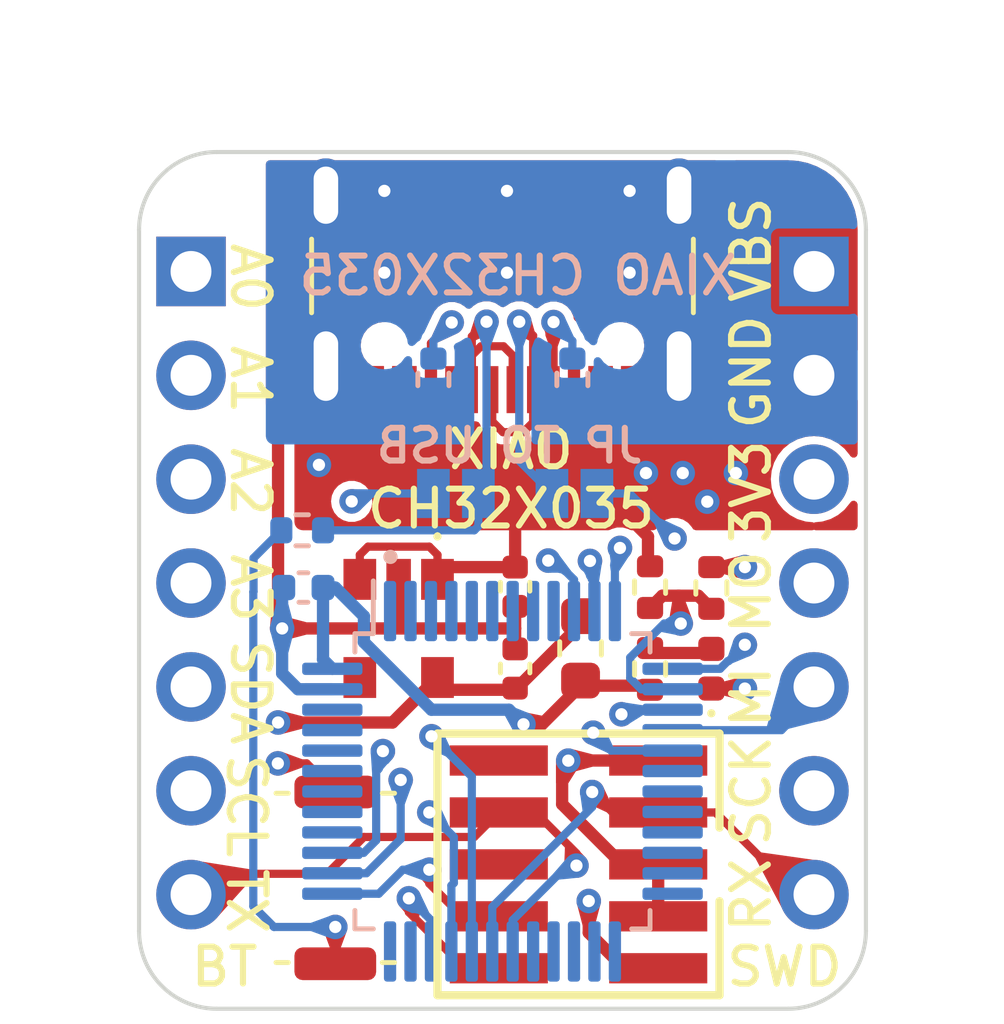
<source format=kicad_pcb>
(kicad_pcb (version 20221018) (generator pcbnew)
  (title_block (title "XIAO_CH32X035") (date "2024-06-27") (rev "v1.0") (company "@suzan_works"))
  (layers (0 "F.Cu" signal) (1 "In1.Cu" signal) (2 "In2.Cu" signal) (31 "B.Cu" signal) (34 "B.Paste" user) (35 "F.Paste" user) (36 "B.SilkS" user "B.Silkscreen") (37 "F.SilkS" user "F.Silkscreen") (38 "B.Mask" user) (39 "F.Mask" user) (44 "Edge.Cuts" user))
  (net 0 "")
  (net 1 "VBUS")
  (net 2 "GND")
  (net 3 "+3.3VA")
  (net 4 "+3.3V")
  (net 5 "Net-(D1-A)")
  (net 6 "/CC1")
  (net 7 "/UDP")
  (net 8 "/UDM")
  (net 10 "/CC2")
  (net 12 "/PA0")
  (net 13 "/PA1")
  (net 14 "/PA2")
  (net 15 "/PA3")
  (net 16 "/SDA")
  (net 17 "/SCL")
  (net 18 "/TX")
  (net 19 "/MOSI")
  (net 20 "/MISO")
  (net 21 "/SCK")
  (net 22 "/RX")
  (net 23 "/SWDIO")
  (net 24 "/SWCLK")
  (net 27 "Net-(R3-Pad1)")
  (net 28 "/DIVIDE_VOLT")
  (footprint "LED_SMD:LED_0402_1005Metric" (layer "F.Cu") (at 114 91.685 90)
    (fp_text reference "D1" hide)
    (fp_text value "LED")
    (fp_circle (center -1.09 0) (end -1.04 0) (stroke (width 0.1)) (fill none) (layer "F.SilkS"))
    (pad "1" smd roundrect (at -0.485 0 90) (size 0.59 0.64) (layers "F.Cu" "F.Paste" "F.Mask") (net 2 "GND"))
    (pad "2" smd roundrect (at 0.485 0 90) (size 0.59 0.64) (layers "F.Cu" "F.Paste" "F.Mask") (net 5 "Net-(D1-A)"))
  )
  (footprint "Resistor_SMD:R_0402_1005Metric" (layer "F.Cu") (at 112.5 91.69 90)
    (fp_text reference "R4" hide)
    (fp_text value "R_Small")
    (fp_line (start -0.153641 -0.38) (end 0.153641 -0.38) (stroke (width 0.12)) (layer "F.SilkS"))
    (fp_line (start -0.153641 0.38) (end 0.153641 0.38) (stroke (width 0.12)) (layer "F.SilkS"))
    (pad "1" smd roundrect (at -0.51 0 90) (size 0.54 0.64) (layers "F.Cu" "F.Paste" "F.Mask") (net 4 "+3.3V"))
    (pad "2" smd roundrect (at 0.51 0 90) (size 0.54 0.64) (layers "F.Cu" "F.Paste" "F.Mask") (net 5 "Net-(D1-A)"))
  )
  (footprint "Fuse:Fuse_0603_1608Metric" (layer "F.Cu") (at 110.8 91.1875 -90)
    (fp_text reference "F1" hide)
    (fp_text value "Polyfuse_Small")
    (fp_line (start -0.162779 -0.51) (end 0.162779 -0.51) (stroke (width 0.12)) (layer "F.SilkS"))
    (fp_line (start -0.162779 0.51) (end 0.162779 0.51) (stroke (width 0.12)) (layer "F.SilkS"))
    (pad "1" smd roundrect (at -0.7875 0 270) (size 0.875 0.95) (layers "F.Cu" "F.Paste" "F.Mask") (net 3 "+3.3VA"))
    (pad "2" smd roundrect (at 0.7875 0 270) (size 0.875 0.95) (layers "F.Cu" "F.Paste" "F.Mask") (net 4 "+3.3V"))
  )
  (footprint "Connector_USB:USB_C_Receptacle_GCT_USB4105-xx-A_16P_TopMnt_Horizontal" (layer "F.Cu") (at 108.89 81.18 180)
    (fp_text reference "J1" hide)
    (fp_text value "GCT USB4105")
    (fp_line (start -4.67 0) (end -4.67 -1.8) (stroke (width 0.12)) (layer "F.SilkS"))
    (fp_line (start 4.67 0) (end 4.67 -1.8) (stroke (width 0.12)) (layer "F.SilkS"))
    (pad "" np_thru_hole circle (at -2.89 -2.605 180) (size 0.65 0.65) (drill 0.65) (layers "F&B.Cu" "*.Mask"))
    (pad "" np_thru_hole circle (at 2.89 -2.605 180) (size 0.65 0.65) (drill 0.65) (layers "F&B.Cu" "*.Mask"))
    (pad "A1" smd rect (at -3.2 -3.68 180) (size 0.6 1.15) (layers "F.Cu" "F.Paste" "F.Mask") (net 2 "GND"))
    (pad "A4" smd rect (at -2.4 -3.68 180) (size 0.6 1.15) (layers "F.Cu" "F.Paste" "F.Mask") (net 1 "VBUS"))
    (pad "A5" smd rect (at -1.25 -3.68 180) (size 0.3 1.15) (layers "F.Cu" "F.Paste" "F.Mask") (net 6 "/CC1"))
    (pad "A6" smd rect (at -0.25 -3.68 180) (size 0.3 1.15) (layers "F.Cu" "F.Paste" "F.Mask") (net 7 "/UDP"))
    (pad "A7" smd rect (at 0.25 -3.68 180) (size 0.3 1.15) (layers "F.Cu" "F.Paste" "F.Mask") (net 8 "/UDM"))
    (pad "A8" smd rect (at 1.25 -3.68 180) (size 0.3 1.15) (layers "F.Cu" "F.Paste" "F.Mask"))
    (pad "A9" smd rect (at 2.4 -3.68 180) (size 0.6 1.15) (layers "F.Cu" "F.Paste" "F.Mask") (net 1 "VBUS"))
    (pad "A12" smd rect (at 3.2 -3.68 180) (size 0.6 1.15) (layers "F.Cu" "F.Paste" "F.Mask") (net 2 "GND"))
    (pad "B1" smd rect (at 3.2 -3.68 180) (size 0.6 1.15) (layers "F.Cu" "F.Paste" "F.Mask") (net 2 "GND"))
    (pad "B4" smd rect (at 2.4 -3.68 180) (size 0.6 1.15) (layers "F.Cu" "F.Paste" "F.Mask") (net 1 "VBUS"))
    (pad "B5" smd rect (at 1.75 -3.68 180) (size 0.3 1.15) (layers "F.Cu" "F.Paste" "F.Mask") (net 10 "/CC2"))
    (pad "B6" smd rect (at 0.75 -3.68 180) (size 0.3 1.15) (layers "F.Cu" "F.Paste" "F.Mask") (net 7 "/UDP"))
    (pad "B7" smd rect (at -0.75 -3.68 180) (size 0.3 1.15) (layers "F.Cu" "F.Paste" "F.Mask") (net 8 "/UDM"))
    (pad "B8" smd rect (at -1.75 -3.68 180) (size 0.3 1.15) (layers "F.Cu" "F.Paste" "F.Mask"))
    (pad "B9" smd rect (at -2.4 -3.68 180) (size 0.6 1.15) (layers "F.Cu" "F.Paste" "F.Mask") (net 1 "VBUS"))
    (pad "B12" smd rect (at -3.2 -3.68 180) (size 0.6 1.15) (layers "F.Cu" "F.Paste" "F.Mask") (net 2 "GND"))
    (pad "S1" thru_hole oval (at -4.32 -3.105 180) (size 1 2.1) (drill oval 0.6 1.7) (layers "*.Cu" "*.Mask" "F.Paste") (net 2 "GND"))
    (pad "S1" thru_hole oval (at -4.32 1.075 180) (size 1 1.8) (drill oval 0.6 1.4) (layers "*.Cu" "*.Mask" "F.Paste") (net 2 "GND"))
    (pad "S1" thru_hole oval (at 4.32 -3.105 180) (size 1 2.1) (drill oval 0.6 1.7) (layers "*.Cu" "*.Mask" "F.Paste") (net 2 "GND"))
    (pad "S1" thru_hole oval (at 4.32 1.075 180) (size 1 1.8) (drill oval 0.6 1.4) (layers "*.Cu" "*.Mask" "F.Paste") (net 2 "GND"))
  )
  (footprint "Resistor_SMD:R_0402_1005Metric" (layer "F.Cu") (at 114 89.71 90)
    (fp_text reference "R6" hide)
    (fp_text value "R_Small")
    (fp_line (start -0.153641 -0.38) (end 0.153641 -0.38) (stroke (width 0.12)) (layer "F.SilkS"))
    (fp_line (start -0.153641 0.38) (end 0.153641 0.38) (stroke (width 0.12)) (layer "F.SilkS"))
    (pad "1" smd roundrect (at -0.51 0 90) (size 0.54 0.64) (layers "F.Cu" "F.Paste" "F.Mask") (net 28 "/DIVIDE_VOLT"))
    (pad "2" smd roundrect (at 0.51 0 90) (size 0.54 0.64) (layers "F.Cu" "F.Paste" "F.Mask") (net 2 "GND"))
  )
  (footprint "Capacitor_SMD:C_0402_1005Metric" (layer "F.Cu") (at 109.2 91.68 90)
    (fp_text reference "C2" hide)
    (fp_text value "C_Small")
    (fp_line (start -0.107836 -0.36) (end 0.107836 -0.36) (stroke (width 0.12)) (layer "F.SilkS"))
    (fp_line (start -0.107836 0.36) (end 0.107836 0.36) (stroke (width 0.12)) (layer "F.SilkS"))
    (pad "1" smd roundrect (at -0.48 0 90) (size 0.56 0.62) (layers "F.Cu" "F.Paste" "F.Mask") (net 3 "+3.3VA"))
    (pad "2" smd roundrect (at 0.48 0 90) (size 0.56 0.62) (layers "F.Cu" "F.Paste" "F.Mask") (net 2 "GND"))
  )
  (footprint "Connector_PinHeader_1.27mm:PinHeader_2x05_P1.27mm_Vertical_SMD" (layer "F.Cu") (at 110.75 96.47 180)
    (fp_text reference "J4" hide)
    (fp_text value "Conn_02x05_Odd_Even")
    (fp_line (start -3.45 -3.2) (end 3.45 -3.2) (stroke (width 0.2)) (layer "F.SilkS"))
    (fp_line (start -3.45 -0.9) (end -3.45 -3.2) (stroke (width 0.2)) (layer "F.SilkS"))
    (fp_line (start -3.45 0.9) (end -3.45 3.2) (stroke (width 0.2)) (layer "F.SilkS"))
    (fp_line (start -3.45 3.2) (end 3.45 3.2) (stroke (width 0.2)) (layer "F.SilkS"))
    (fp_line (start 3.45 3.2) (end 3.45 -3.2) (stroke (width 0.2)) (layer "F.SilkS"))
    (pad "1" smd rect (at -1.95 -2.54 180) (size 2.4 0.74) (layers "F.Cu" "F.Paste" "F.Mask") (net 3 "+3.3VA"))
    (pad "2" smd rect (at 1.95 -2.54 180) (size 2.4 0.74) (layers "F.Cu" "F.Paste" "F.Mask") (net 23 "/SWDIO"))
    (pad "3" smd rect (at -1.95 -1.27 180) (size 2.4 0.74) (layers "F.Cu" "F.Paste" "F.Mask") (net 2 "GND"))
    (pad "4" smd rect (at 1.95 -1.27 180) (size 2.4 0.74) (layers "F.Cu" "F.Paste" "F.Mask") (net 24 "/SWCLK"))
    (pad "5" smd rect (at -1.95 0 180) (size 2.4 0.74) (layers "F.Cu" "F.Paste" "F.Mask") (net 2 "GND"))
    (pad "6" smd rect (at 1.95 0 180) (size 2.4 0.74) (layers "F.Cu" "F.Paste" "F.Mask"))
    (pad "7" smd rect (at -1.95 1.27 180) (size 2.4 0.74) (layers "F.Cu" "F.Paste" "F.Mask") (net 22 "/RX"))
    (pad "8" smd rect (at 1.95 1.27 180) (size 2.4 0.74) (layers "F.Cu" "F.Paste" "F.Mask") (net 18 "/TX"))
    (pad "9" smd rect (at -1.95 2.54 180) (size 2.4 0.74) (layers "F.Cu" "F.Paste" "F.Mask") (net 2 "GND"))
    (pad "10" smd rect (at 1.95 2.54 180) (size 2.4 0.74) (layers "F.Cu" "F.Paste" "F.Mask"))
  )
  (footprint "Button_Switch_SMD:SW_Push_SPST_NO_Alps_SKRK" (layer "F.Cu") (at 104.8 96.8 90)
    (fp_text reference "SW1" hide)
    (fp_text value "SW_Push")
    (fp_line (start -2.07 -1.15) (end -2.07 -1.45) (stroke (width 0.12)) (layer "F.SilkS"))
    (fp_line (start -2.07 1.45) (end -2.07 1.15) (stroke (width 0.12)) (layer "F.SilkS"))
    (fp_line (start 2.07 -1.45) (end 2.07 -1.15) (stroke (width 0.12)) (layer "F.SilkS"))
    (fp_line (start 2.07 1.15) (end 2.07 1.45) (stroke (width 0.12)) (layer "F.SilkS"))
    (pad "1" smd roundrect (at -2.1 0 90) (size 0.8 2) (layers "F.Cu" "F.Paste" "F.Mask") (net 27 "Net-(R3-Pad1)"))
    (pad "2" smd roundrect (at 2.1 0 90) (size 0.8 2) (layers "F.Cu" "F.Paste" "F.Mask") (net 4 "+3.3V"))
  )
  (footprint "Capacitor_SMD:C_0402_1005Metric" (layer "F.Cu") (at 109.2 89.68 -90)
    (fp_text reference "C1" hide)
    (fp_text value "C_Small")
    (fp_line (start -0.107836 -0.36) (end 0.107836 -0.36) (stroke (width 0.12)) (layer "F.SilkS"))
    (fp_line (start -0.107836 0.36) (end 0.107836 0.36) (stroke (width 0.12)) (layer "F.SilkS"))
    (pad "1" smd roundrect (at -0.48 0 270) (size 0.56 0.62) (layers "F.Cu" "F.Paste" "F.Mask") (net 1 "VBUS"))
    (pad "2" smd roundrect (at 0.48 0 270) (size 0.56 0.62) (layers "F.Cu" "F.Paste" "F.Mask") (net 2 "GND"))
  )
  (footprint "Resistor_SMD:R_0402_1005Metric" (layer "F.Cu") (at 112.5 89.69 -90)
    (fp_text reference "R5" hide)
    (fp_text value "R_Small")
    (fp_line (start -0.153641 -0.38) (end 0.153641 -0.38) (stroke (width 0.12)) (layer "F.SilkS"))
    (fp_line (start -0.153641 0.38) (end 0.153641 0.38) (stroke (width 0.12)) (layer "F.SilkS"))
    (pad "1" smd roundrect (at -0.51 0 270) (size 0.54 0.64) (layers "F.Cu" "F.Paste" "F.Mask") (net 1 "VBUS"))
    (pad "2" smd roundrect (at 0.51 0 270) (size 0.54 0.64) (layers "F.Cu" "F.Paste" "F.Mask") (net 28 "/DIVIDE_VOLT"))
  )
  (footprint "0_My_Library:TCR1HF33BLMCT" (layer "F.Cu") (at 106.35 90.7 180)
    (fp_text reference "IC1" hide)
    (fp_text value "TCR1HF33B" hide)
    (fp_line (start -0.95 2.2) (end -0.95 2.2) (stroke (width 0.1)) (layer "F.SilkS"))
    (fp_line (start -0.95 2.3) (end -0.95 2.3) (stroke (width 0.1)) (layer "F.SilkS"))
    (fp_arc (start -0.95 2.2) (mid -0.9 2.25) (end -0.95 2.3) (stroke (width 0.1)) (layer "F.SilkS"))
    (fp_arc (start -0.95 2.3) (mid -1 2.25) (end -0.95 2.2) (stroke (width 0.1)) (layer "F.SilkS"))
    (pad "1" smd rect (at -0.95 1.2 180) (size 0.8 1) (layers "F.Cu" "F.Paste" "F.Mask") (net 1 "VBUS"))
    (pad "2" smd rect (at 0 1.2 180) (size 0.6 1) (layers "F.Cu" "F.Paste" "F.Mask") (net 2 "GND"))
    (pad "3" smd rect (at 0.95 1.2 180) (size 0.8 1) (layers "F.Cu" "F.Paste" "F.Mask") (net 1 "VBUS"))
    (pad "4" smd rect (at 0.95 -1.2 180) (size 0.8 1) (layers "F.Cu" "F.Paste" "F.Mask"))
    (pad "5" smd rect (at -0.95 -1.2 180) (size 0.8 1) (layers "F.Cu" "F.Paste" "F.Mask") (net 3 "+3.3VA"))
  )
  (footprint "Package_QFP:LQFP-48_7x7mm_P0.5mm" (layer "B.Cu") (at 108.89 94.4375 -90)
    (fp_text reference "U3" hide)
    (fp_text value "CH32X035C8T6")
    (fp_line (start -3.61 -3.61) (end -3.61 -3.16) (stroke (width 0.12)) (layer "B.SilkS"))
    (fp_line (start -3.61 3.16) (end -4.9 3.16) (stroke (width 0.12)) (layer "B.SilkS"))
    (fp_line (start -3.61 3.61) (end -3.61 3.16) (stroke (width 0.12)) (layer "B.SilkS"))
    (fp_line (start -3.16 -3.61) (end -3.61 -3.61) (stroke (width 0.12)) (layer "B.SilkS"))
    (fp_line (start -3.16 3.61) (end -3.61 3.61) (stroke (width 0.12)) (layer "B.SilkS"))
    (fp_line (start 3.16 -3.61) (end 3.61 -3.61) (stroke (width 0.12)) (layer "B.SilkS"))
    (fp_line (start 3.16 3.61) (end 3.61 3.61) (stroke (width 0.12)) (layer "B.SilkS"))
    (fp_line (start 3.61 -3.61) (end 3.61 -3.16) (stroke (width 0.12)) (layer "B.SilkS"))
    (fp_line (start 3.61 3.61) (end 3.61 3.16) (stroke (width 0.12)) (layer "B.SilkS"))
    (pad "1" smd roundrect (at -4.1625 2.75 270) (size 1.475 0.3) (layers "B.Cu" "B.Paste" "B.Mask"))
    (pad "2" smd roundrect (at -4.1625 2.25 270) (size 1.475 0.3) (layers "B.Cu" "B.Paste" "B.Mask"))
    (pad "3" smd roundrect (at -4.1625 1.75 270) (size 1.475 0.3) (layers "B.Cu" "B.Paste" "B.Mask"))
    (pad "4" smd roundrect (at -4.1625 1.25 270) (size 1.475 0.3) (layers "B.Cu" "B.Paste" "B.Mask"))
    (pad "5" smd roundrect (at -4.1625 0.75 270) (size 1.475 0.3) (layers "B.Cu" "B.Paste" "B.Mask"))
    (pad "6" smd roundrect (at -4.1625 0.25 270) (size 1.475 0.3) (layers "B.Cu" "B.Paste" "B.Mask"))
    (pad "7" smd roundrect (at -4.1625 -0.25 270) (size 1.475 0.3) (layers "B.Cu" "B.Paste" "B.Mask"))
    (pad "8" smd roundrect (at -4.1625 -0.75 270) (size 1.475 0.3) (layers "B.Cu" "B.Paste" "B.Mask"))
    (pad "9" smd roundrect (at -4.1625 -1.25 270) (size 1.475 0.3) (layers "B.Cu" "B.Paste" "B.Mask"))
    (pad "10" smd roundrect (at -4.1625 -1.75 270) (size 1.475 0.3) (layers "B.Cu" "B.Paste" "B.Mask") (net 12 "/PA0"))
    (pad "11" smd roundrect (at -4.1625 -2.25 270) (size 1.475 0.3) (layers "B.Cu" "B.Paste" "B.Mask") (net 13 "/PA1"))
    (pad "12" smd roundrect (at -4.1625 -2.75 270) (size 1.475 0.3) (layers "B.Cu" "B.Paste" "B.Mask") (net 14 "/PA2"))
    (pad "13" smd roundrect (at -2.75 -4.1625 270) (size 0.3 1.475) (layers "B.Cu" "B.Paste" "B.Mask") (net 15 "/PA3"))
    (pad "14" smd roundrect (at -2.25 -4.1625 270) (size 0.3 1.475) (layers "B.Cu" "B.Paste" "B.Mask") (net 28 "/DIVIDE_VOLT"))
    (pad "15" smd roundrect (at -1.75 -4.1625 270) (size 0.3 1.475) (layers "B.Cu" "B.Paste" "B.Mask") (net 21 "/SCK"))
    (pad "16" smd roundrect (at -1.25 -4.1625 270) (size 0.3 1.475) (layers "B.Cu" "B.Paste" "B.Mask") (net 20 "/MISO"))
    (pad "17" smd roundrect (at -0.75 -4.1625 270) (size 0.3 1.475) (layers "B.Cu" "B.Paste" "B.Mask") (net 19 "/MOSI"))
    (pad "18" smd roundrect (at -0.25 -4.1625 270) (size 0.3 1.475) (layers "B.Cu" "B.Paste" "B.Mask"))
    (pad "19" smd roundrect (at 0.25 -4.1625 270) (size 0.3 1.475) (layers "B.Cu" "B.Paste" "B.Mask"))
    (pad "20" smd roundrect (at 0.75 -4.1625 270) (size 0.3 1.475) (layers "B.Cu" "B.Paste" "B.Mask"))
    (pad "21" smd roundrect (at 1.25 -4.1625 270) (size 0.3 1.475) (layers "B.Cu" "B.Paste" "B.Mask"))
    (pad "22" smd roundrect (at 1.75 -4.1625 270) (size 0.3 1.475) (layers "B.Cu" "B.Paste" "B.Mask"))
    (pad "23" smd roundrect (at 2.25 -4.1625 270) (size 0.3 1.475) (layers "B.Cu" "B.Paste" "B.Mask"))
    (pad "24" smd roundrect (at 2.75 -4.1625 270) (size 0.3 1.475) (layers "B.Cu" "B.Paste" "B.Mask"))
    (pad "25" smd roundrect (at 4.1625 -2.75 270) (size 1.475 0.3) (layers "B.Cu" "B.Paste" "B.Mask"))
    (pad "26" smd roundrect (at 4.1625 -2.25 270) (size 1.475 0.3) (layers "B.Cu" "B.Paste" "B.Mask"))
    (pad "27" smd roundrect (at 4.1625 -1.75 270) (size 1.475 0.3) (layers "B.Cu" "B.Paste" "B.Mask"))
    (pad "28" smd roundrect (at 4.1625 -1.25 270) (size 1.475 0.3) (layers "B.Cu" "B.Paste" "B.Mask"))
    (pad "29" smd roundrect (at 4.1625 -0.75 270) (size 1.475 0.3) (layers "B.Cu" "B.Paste" "B.Mask"))
    (pad "30" smd roundrect (at 4.1625 -0.25 270) (size 1.475 0.3) (layers "B.Cu" "B.Paste" "B.Mask") (net 18 "/TX"))
    (pad "31" smd roundrect (at 4.1625 0.25 270) (size 1.475 0.3) (layers "B.Cu" "B.Paste" "B.Mask") (net 22 "/RX"))
    (pad "32" smd roundrect (at 4.1625 0.75 270) (size 1.475 0.3) (layers "B.Cu" "B.Paste" "B.Mask") (net 17 "/SCL"))
    (pad "33" smd roundrect (at 4.1625 1.25 270) (size 1.475 0.3) (layers "B.Cu" "B.Paste" "B.Mask") (net 16 "/SDA"))
    (pad "34" smd roundrect (at 4.1625 1.75 270) (size 1.475 0.3) (layers "B.Cu" "B.Paste" "B.Mask") (net 23 "/SWDIO"))
    (pad "35" smd roundrect (at 4.1625 2.25 270) (size 1.475 0.3) (layers "B.Cu" "B.Paste" "B.Mask"))
    (pad "36" smd roundrect (at 4.1625 2.75 270) (size 1.475 0.3) (layers "B.Cu" "B.Paste" "B.Mask"))
    (pad "37" smd roundrect (at 2.75 4.1625 270) (size 0.3 1.475) (layers "B.Cu" "B.Paste" "B.Mask") (net 24 "/SWCLK"))
    (pad "38" smd roundrect (at 2.25 4.1625 270) (size 0.3 1.475) (layers "B.Cu" "B.Paste" "B.Mask") (net 6 "/CC1"))
    (pad "39" smd roundrect (at 1.75 4.1625 270) (size 0.3 1.475) (layers "B.Cu" "B.Paste" "B.Mask") (net 10 "/CC2"))
    (pad "40" smd roundrect (at 1.25 4.1625 270) (size 0.3 1.475) (layers "B.Cu" "B.Paste" "B.Mask"))
    (pad "41" smd roundrect (at 0.75 4.1625 270) (size 0.3 1.475) (layers "B.Cu" "B.Paste" "B.Mask"))
    (pad "42" smd roundrect (at 0.25 4.1625 270) (size 0.3 1.475) (layers "B.Cu" "B.Paste" "B.Mask"))
    (pad "43" smd roundrect (at -0.25 4.1625 270) (size 0.3 1.475) (layers "B.Cu" "B.Paste" "B.Mask"))
    (pad "44" smd roundrect (at -0.75 4.1625 270) (size 0.3 1.475) (layers "B.Cu" "B.Paste" "B.Mask"))
    (pad "45" smd roundrect (at -1.25 4.1625 270) (size 0.3 1.475) (layers "B.Cu" "B.Paste" "B.Mask"))
    (pad "46" smd roundrect (at -1.75 4.1625 270) (size 0.3 1.475) (layers "B.Cu" "B.Paste" "B.Mask"))
    (pad "47" smd roundrect (at -2.25 4.1625 270) (size 0.3 1.475) (layers "B.Cu" "B.Paste" "B.Mask") (net 2 "GND"))
    (pad "48" smd roundrect (at -2.75 4.1625 270) (size 0.3 1.475) (layers "B.Cu" "B.Paste" "B.Mask") (net 4 "+3.3V"))
  )
  (footprint "0_My_Library:SolderJumper-2_P1.3mm_Open_Pad0.8x1.2mm" (layer "B.Cu") (at 110.65 87.4)
    (fp_text reference "JP1" hide)
    (fp_text value "SolderJumper_2_Open")
    (pad "1" smd rect (at -0.55 0) (size 0.8 1.2) (layers "B.Cu" "B.Mask") (net 8 "/UDM"))
    (pad "2" smd rect (at 0.55 0) (size 0.8 1.2) (layers "B.Cu" "B.Mask") (net 17 "/SCL"))
  )
  (footprint "Connector_PinHeader_2.54mm:PinHeader_1x07_P2.54mm_Vertical" (layer "B.Cu") (at 116.51 81.97 180)
    (fp_text reference "J3" hide)
    (fp_text value "Conn_01x07")
    (pad "1" thru_hole rect (at 0 0 180) (size 1.7 1.7) (drill 1) (layers "*.Cu" "*.Mask") (net 1 "VBUS"))
    (pad "2" thru_hole oval (at 0 -2.54 180) (size 1.7 1.7) (drill 1) (layers "*.Cu" "*.Mask") (net 2 "GND"))
    (pad "3" thru_hole oval (at 0 -5.08 180) (size 1.7 1.7) (drill 1) (layers "*.Cu" "*.Mask") (net 4 "+3.3V"))
    (pad "4" thru_hole oval (at 0 -7.62 180) (size 1.7 1.7) (drill 1) (layers "*.Cu" "*.Mask") (net 19 "/MOSI"))
    (pad "5" thru_hole oval (at 0 -10.16 180) (size 1.7 1.7) (drill 1) (layers "*.Cu" "*.Mask") (net 20 "/MISO"))
    (pad "6" thru_hole oval (at 0 -12.7 180) (size 1.7 1.7) (drill 1) (layers "*.Cu" "*.Mask") (net 21 "/SCK"))
    (pad "7" thru_hole oval (at 0 -15.24 180) (size 1.7 1.7) (drill 1) (layers "*.Cu" "*.Mask") (net 22 "/RX"))
  )
  (footprint "0_My_Library:SolderJumper-2_P1.3mm_Open_Pad0.8x1.2mm" (layer "B.Cu") (at 107.75 87.4 180)
    (fp_text reference "JP2" hide)
    (fp_text value "SolderJumper_2_Open")
    (pad "1" smd rect (at -0.55 0 180) (size 0.8 1.2) (layers "B.Cu" "B.Mask") (net 7 "/UDP"))
    (pad "2" smd rect (at 0.55 0 180) (size 0.8 1.2) (layers "B.Cu" "B.Mask") (net 16 "/SDA"))
  )
  (footprint "Connector_PinHeader_2.54mm:PinHeader_1x07_P2.54mm_Vertical" (layer "B.Cu") (at 101.27 81.97 180)
    (fp_text reference "J2" hide)
    (fp_text value "Conn_01x07")
    (pad "1" thru_hole rect (at 0 0 180) (size 1.7 1.7) (drill 1) (layers "*.Cu" "*.Mask") (net 12 "/PA0"))
    (pad "2" thru_hole oval (at 0 -2.54 180) (size 1.7 1.7) (drill 1) (layers "*.Cu" "*.Mask") (net 13 "/PA1"))
    (pad "3" thru_hole oval (at 0 -5.08 180) (size 1.7 1.7) (drill 1) (layers "*.Cu" "*.Mask") (net 14 "/PA2"))
    (pad "4" thru_hole oval (at 0 -7.62 180) (size 1.7 1.7) (drill 1) (layers "*.Cu" "*.Mask") (net 15 "/PA3"))
    (pad "5" thru_hole oval (at 0 -10.16 180) (size 1.7 1.7) (drill 1) (layers "*.Cu" "*.Mask") (net 16 "/SDA"))
    (pad "6" thru_hole oval (at 0 -12.7 180) (size 1.7 1.7) (drill 1) (layers "*.Cu" "*.Mask") (net 17 "/SCL"))
    (pad "7" thru_hole oval (at 0 -15.24 180) (size 1.7 1.7) (drill 1) (layers "*.Cu" "*.Mask") (net 18 "/TX"))
  )
  (footprint "Capacitor_SMD:C_0402_1005Metric" (layer "B.Cu") (at 104.02 89.7 180)
    (fp_text reference "C3" hide)
    (fp_text value "0.1uF")
    (fp_line (start -0.107836 -0.36) (end 0.107836 -0.36) (stroke (width 0.12)) (layer "B.SilkS"))
    (fp_line (start -0.107836 0.36) (end 0.107836 0.36) (stroke (width 0.12)) (layer "B.SilkS"))
    (pad "1" smd roundrect (at -0.48 0 180) (size 0.56 0.62) (layers "B.Cu" "B.Paste" "B.Mask") (net 4 "+3.3V"))
    (pad "2" smd roundrect (at 0.48 0 180) (size 0.56 0.62) (layers "B.Cu" "B.Paste" "B.Mask") (net 2 "GND"))
  )
  (footprint "Resistor_SMD:R_0402_1005Metric" (layer "B.Cu") (at 107.2 84.61 -90)
    (fp_text reference "R1" hide)
    (fp_text value "5.1k")
    (fp_line (start -0.153641 -0.38) (end 0.153641 -0.38) (stroke (width 0.12)) (layer "B.SilkS"))
    (fp_line (start -0.153641 0.38) (end 0.153641 0.38) (stroke (width 0.12)) (layer "B.SilkS"))
    (pad "1" smd roundrect (at -0.51 0 270) (size 0.54 0.64) (layers "B.Cu" "B.Paste" "B.Mask") (net 10 "/CC2"))
    (pad "2" smd roundrect (at 0.51 0 270) (size 0.54 0.64) (layers "B.Cu" "B.Paste" "B.Mask") (net 2 "GND"))
  )
  (footprint "Resistor_SMD:R_0402_1005Metric" (layer "B.Cu") (at 103.99 88.3)
    (fp_text reference "R3" hide)
    (fp_text value "4.7k")
    (fp_line (start -0.153641 -0.38) (end 0.153641 -0.38) (stroke (width 0.12)) (layer "B.SilkS"))
    (fp_line (start -0.153641 0.38) (end 0.153641 0.38) (stroke (width 0.12)) (layer "B.SilkS"))
    (pad "1" smd roundrect (at -0.51 0) (size 0.54 0.64) (layers "B.Cu" "B.Paste" "B.Mask") (net 27 "Net-(R3-Pad1)"))
    (pad "2" smd roundrect (at 0.51 0) (size 0.54 0.64) (layers "B.Cu" "B.Paste" "B.Mask") (net 7 "/UDP"))
  )
  (footprint "Resistor_SMD:R_0402_1005Metric" (layer "B.Cu") (at 110.6 84.61 -90)
    (fp_text reference "R2" hide)
    (fp_text value "5.1k")
    (fp_line (start -0.153641 -0.38) (end 0.153641 -0.38) (stroke (width 0.12)) (layer "B.SilkS"))
    (fp_line (start -0.153641 0.38) (end 0.153641 0.38) (stroke (width 0.12)) (layer "B.SilkS"))
    (pad "1" smd roundrect (at -0.51 0 270) (size 0.54 0.64) (layers "B.Cu" "B.Paste" "B.Mask") (net 6 "/CC1"))
    (pad "2" smd roundrect (at 0.51 0 270) (size 0.54 0.64) (layers "B.Cu" "B.Paste" "B.Mask") (net 2 "GND"))
  )
  (gr_circle (center 106.15 88.95) (end 106.25 88.95) (stroke (width 0.15)) (fill solid) (layer "B.SilkS"))
  (gr_arc (start 117.78 98.1) (mid 117.223503 99.443503) (end 115.88 100) (stroke (width 0.1)) (layer "Edge.Cuts"))
  (gr_line (start 101.9 100) (end 115.88 100) (stroke (width 0.1)) (layer "Edge.Cuts"))
  (gr_arc (start 101.9 100) (mid 100.556497 99.443503) (end 100 98.1) (stroke (width 0.1)) (layer "Edge.Cuts"))
  (gr_line (start 100 80.95) (end 100 98.1) (stroke (width 0.1)) (layer "Edge.Cuts"))
  (gr_line (start 115.88 79.05) (end 101.9 79.05) (stroke (width 0.1)) (layer "Edge.Cuts"))
  (gr_arc (start 100 80.95) (mid 100.556497 79.606497) (end 101.9 79.05) (stroke (width 0.1)) (layer "Edge.Cuts"))
  (gr_arc (start 115.88 79.05) (mid 117.223503 79.606497) (end 117.78 80.95) (stroke (width 0.1)) (layer "Edge.Cuts"))
  (gr_line (start 117.78 98.1) (end 117.78 80.95) (stroke (width 0.1)) (layer "Edge.Cuts"))
  (gr_text "XIAO CH32X035" (at 114.7 82.6) (layer "B.SilkS") (effects (font (size 0.9 0.9)) (justify left bottom mirror)))
  (gr_text "JP TO USB" (at 112.4 86.7) (layer "B.SilkS") (effects (font (size 0.8 0.8)) (justify left bottom mirror)))
  (gr_text "A0" (at 102.2 81.2 270) (layer "F.SilkS") (effects (font (size 0.9 0.9)) (justify left bottom)))
  (gr_text "SDA" (at 102.2 90.9 270) (layer "F.SilkS") (effects (font (size 0.9 0.9)) (justify left bottom)))
  (gr_text "A2" (at 102.2 86.2 270) (layer "F.SilkS") (effects (font (size 0.9 0.9)) (justify left bottom)))
  (gr_text "A1" (at 102.2 83.7 270) (layer "F.SilkS") (effects (font (size 0.9 0.9)) (justify left bottom)))
  (gr_text "SCK" (at 115.5 96.1 90) (layer "F.SilkS") (effects (font (size 0.9 0.9)) (justify left bottom)))
  (gr_text "A3" (at 102.2 88.8 270) (layer "F.SilkS") (effects (font (size 0.9 0.9)) (justify left bottom)))
  (gr_text "SCL" (at 102.1 93.7 270) (layer "F.SilkS") (effects (font (size 0.9 0.9)) (justify left bottom)))
  (gr_text "3V3" (at 115.5 88.7 90) (layer "F.SilkS") (effects (font (size 0.9 0.9)) (justify left bottom)))
  (gr_text "BT" (at 101.2 99.5) (layer "F.SilkS") (effects (font (size 0.9 0.9)) (justify left bottom)))
  (gr_text "RX" (at 115.5 98.2 90) (layer "F.SilkS") (effects (font (size 0.9 0.9)) (justify left bottom)))
  (gr_text "XIAO\nCH32X035" (at 109.1 88.3) (layer "F.SilkS") (effects (font (size 0.9 0.9)) (justify bottom)))
  (gr_text "TX" (at 102.1 96.5 270) (layer "F.SilkS") (effects (font (size 0.9 0.9)) (justify left bottom)))
  (gr_text "VBS" (at 115.5 82.8 90) (layer "F.SilkS") (effects (font (size 0.9 0.9)) (justify left bottom)))
  (gr_text "SWD" (at 114.3 99.5) (layer "F.SilkS") (effects (font (size 0.9 0.9)) (justify left bottom)))
  (gr_text "GND" (at 115.5 85.9 90) (layer "F.SilkS") (effects (font (size 0.9 0.9)) (justify left bottom)))
  (gr_text "MO" (at 115.5 90.9 90) (layer "F.SilkS") (effects (font (size 0.9 0.9)) (justify left bottom)))
  (gr_text "MI" (at 115.5 93.2 90) (layer "F.SilkS") (effects (font (size 0.9 0.9)) (justify left bottom)))
  (segment (start 108.734314 86.3) (end 108.159314 85.725) (width 0.2) (layer "F.Cu") (net 1))
  (segment (start 111.14 85.725) (end 110.140685 85.725) (width 0.2) (layer "F.Cu") (net 1))
  (segment (start 106.64 85.725) (end 106.64 84.85) (width 0.3) (layer "F.Cu") (net 1))
  (segment (start 105.6 88.7) (end 107.1 88.7) (width 0.2) (layer "F.Cu") (net 1))
  (segment (start 109.565685 86.3) (end 108.734314 86.3) (width 0.2) (layer "F.Cu") (net 1))
  (segment (start 114.6 83.88) (end 114.6 85.7) (width 0.2) (layer "F.Cu") (net 1))
  (segment (start 112.45 89.13) (end 112.5 89.18) (width 0.3) (layer "F.Cu") (net 1))
  (segment (start 109.2 87.9) (end 111.9 87.9) (width 0.3) (layer "F.Cu") (net 1))
  (segment (start 114.6 85.7) (end 114.575 85.725) (width 0.2) (layer "F.Cu") (net 1))
  (segment (start 105.4 89.5) (end 105.4 88.9) (width 0.2) (layer "F.Cu") (net 1))
  (segment (start 105.4 88.9) (end 105.6 88.7) (width 0.2) (layer "F.Cu") (net 1))
  (segment (start 111.49 85.725) (end 111.44 85.675) (width 0.2) (layer "F.Cu") (net 1))
  (segment (start 116.51 81.97) (end 114.6 83.88) (width 0.2) (layer "F.Cu") (net 1))
  (segment (start 107.1 88.7) (end 107.3 88.9) (width 0.2) (layer "F.Cu") (net 1))
  (segment (start 112.45 88.45) (end 112.45 89.13) (width 0.3) (layer "F.Cu") (net 1))
  (segment (start 107.6 89.2) (end 107.3 89.5) (width 0.3) (layer "F.Cu") (net 1))
  (segment (start 111.14 84.85) (end 111.14 85.725) (width 0.3) (layer "F.Cu") (net 1))
  (segment (start 110.140685 85.725) (end 109.565685 86.3) (width 0.2) (layer "F.Cu") (net 1))
  (segment (start 114.575 85.725) (end 111.49 85.725) (width 0.2) (layer "F.Cu") (net 1))
  (segment (start 111.9 87.9) (end 112.45 88.45) (width 0.3) (layer "F.Cu") (net 1))
  (segment (start 109.2 89.2) (end 107.6 89.2) (width 0.3) (layer "F.Cu") (net 1))
  (segment (start 108.2 87.9) (end 109.2 87.9) (width 0.3) (layer "F.Cu") (net 1))
  (segment (start 111.44 85.675) (end 111.44 84.85) (width 0.3) (layer "F.Cu") (net 1))
  (segment (start 109.2 87.9) (end 109.2 89.2) (width 0.3) (layer "F.Cu") (net 1))
  (segment (start 106.34 86.04) (end 108.2 87.9) (width 0.3) (layer "F.Cu") (net 1))
  (segment (start 108.159314 85.725) (end 106.64 85.725) (width 0.2) (layer "F.Cu") (net 1))
  (segment (start 107.3 88.9) (end 107.3 89.5) (width 0.2) (layer "F.Cu") (net 1))
  (segment (start 106.34 84.85) (end 106.34 86.04) (width 0.3) (layer "F.Cu") (net 1))
  (via (at 114.6 86.9) (size 0.6) (drill 0.3) (layers "F.Cu" "B.Cu") (net 1))
  (via (at 113.3 86.9) (size 0.6) (drill 0.3) (layers "F.Cu" "B.Cu") (net 1))
  (via (at 112.4 86.9) (size 0.6) (drill 0.3) (layers "F.Cu" "B.Cu") (net 1))
  (via (at 104.4 86.7) (size 0.6) (drill 0.3) (layers "F.Cu" "B.Cu") (net 1))
  (via (at 113.9 87.6) (size 0.6) (drill 0.3) (layers "F.Cu" "B.Cu") (net 1))
  (segment (start 112.24 84.85) (end 112.645 84.85) (width 0.2) (layer "F.Cu") (net 2))
  (segment (start 108.895 80.105) (end 109 80) (width 0.2) (layer "F.Cu") (net 2))
  (segment (start 110.499502 93.933206) (end 110.48439 93.948318) (width 0.2) (layer "F.Cu") (net 2))
  (segment (start 112.7 97.74) (end 112.7 96.47) (width 0.3) (layer "F.Cu") (net 2))
  (segment (start 112.7 96.47) (end 111.82 96.47) (width 0.3) (layer "F.Cu") (net 2))
  (segment (start 112.645 84.85) (end 113.21 84.285) (width 0.2) (layer "F.Cu") (net 2))
  (segment (start 109.105 80.105) (end 111.895 80.105) (width 0.2) (layer "F.Cu") (net 2))
  (segment (start 112.105 80.105) (end 113.21 80.105) (width 0.2) (layer "F.Cu") (net 2))
  (segment (start 104.57 84.285) (end 103.4 85.455) (width 0.3) (layer "F.Cu") (net 2))
  (segment (start 114 92.17) (end 114.82 92.17) (width 0.3) (layer "F.Cu") (net 2))
  (segment (start 109.2 90.7) (end 109.2 91.2) (width 0.3) (layer "F.Cu") (net 2))
  (segment (start 111.82 96.47) (end 110.35 95) (width 0.3) (layer "F.Cu") (net 2))
  (segment (start 110.35 94.082708) (end 110.499502 93.933206) (width 0.3) (layer "F.Cu") (net 2))
  (segment (start 111.895 80.105) (end 112 80) (width 0.2) (layer "F.Cu") (net 2))
  (segment (start 114 89.2) (end 114.82 89.2) (width 0.3) (layer "F.Cu") (net 2))
  (segment (start 105.54 84.85) (end 105.135 84.85) (width 0.2) (layer "F.Cu") (net 2))
  (segment (start 112.7 93.93) (end 110.502708 93.93) (width 0.3) (layer "F.Cu") (net 2))
  (segment (start 106.35 90.65) (end 106.4 90.7) (width 0.3) (layer "F.Cu") (net 2))
  (segment (start 105.54 84.85) (end 105.84 84.85) (width 0.2) (layer "F.Cu") (net 2))
  (segment (start 106.35 89.5) (end 106.35 90.65) (width 0.3) (layer "F.Cu") (net 2))
  (segment (start 106.4 90.7) (end 109.2 90.7) (width 0.3) (layer "F.Cu") (net 2))
  (segment (start 103.4 85.455) (end 103.4 90.6) (width 0.3) (layer "F.Cu") (net 2))
  (segment (start 111.94 84.85) (end 112.24 84.85) (width 0.2) (layer "F.Cu") (net 2))
  (segment (start 106 80) (end 106.105 80.105) (width 0.2) (layer "F.Cu") (net 2))
  (segment (start 112 80) (end 112.105 80.105) (width 0.2) (layer "F.Cu") (net 2))
  (segment (start 104.57 80.105) (end 105.895 80.105) (width 0.2) (layer "F.Cu") (net 2))
  (segment (start 103.4 90.6) (end 103.5 90.7) (width 0.3) (layer "F.Cu") (net 2))
  (segment (start 110.35 95) (end 110.35 94.082708) (width 0.3) (layer "F.Cu") (net 2))
  (segment (start 106.105 80.105) (end 108.895 80.105) (width 0.2) (layer "F.Cu") (net 2))
  (segment (start 103.5 90.7) (end 106.4 90.7) (width 0.3) (layer "F.Cu") (net 2))
  (segment (start 113.21 80.105) (end 113.21 84.285) (width 0.2) (layer "F.Cu") (net 2))
  (segment (start 109 80) (end 109.105 80.105) (width 0.2) (layer "F.Cu") (net 2))
  (segment (start 110.502708 93.93) (end 110.499502 93.933206) (width 0.3) (layer "F.Cu") (net 2))
  (segment (start 104.57 84.285) (end 104.57 80.105) (width 0.2) (layer "F.Cu") (net 2))
  (segment (start 109.2 90.16) (end 109.2 90.7) (width 0.3) (layer "F.Cu") (net 2))
  (segment (start 105.895 80.105) (end 106 80) (width 0.2) (layer "F.Cu") (net 2))
  (segment (start 105.135 84.85) (end 104.57 84.285) (width 0.2) (layer "F.Cu") (net 2))
  (via (at 103.5 90.7) (size 0.6) (drill 0.3) (layers "F.Cu" "B.Cu") (net 2))
  (via (at 114.82 89.2) (size 0.6) (drill 0.3) (layers "F.Cu" "B.Cu") (net 2))
  (via (at 114.82 92.17) (size 0.6) (drill 0.3) (layers "F.Cu" "B.Cu") (net 2))
  (via (at 112 80) (size 0.6) (drill 0.3) (layers "F.Cu" "B.Cu") (net 2))
  (via (at 106 80) (size 0.6) (drill 0.3) (layers "F.Cu" "B.Cu") (net 2))
  (via (at 106 82) (size 0.6) (drill 0.3) (layers "F.Cu" "B.Cu") (net 2))
  (via (at 112 82) (size 0.6) (drill 0.3) (layers "F.Cu" "B.Cu") (net 2))
  (via (at 109 80) (size 0.6) (drill 0.3) (layers "F.Cu" "B.Cu") (net 2))
  (via (at 109 82) (size 0.6) (drill 0.3) (layers "F.Cu" "B.Cu") (net 2))
  (via (at 110.499502 93.933206) (size 0.6) (drill 0.3) (layers "F.Cu" "B.Cu") (net 2))
  (segment (start 116.285 84.285) (end 116.51 84.51) (width 0.2) (layer "B.Cu") (net 2))
  (segment (start 107.2 85.12) (end 105.405 85.12) (width 0.2) (layer "B.Cu") (net 2))
  (segment (start 103.5 89.74) (end 103.54 89.7) (width 0.3) (layer "B.Cu") (net 2))
  (segment (start 103.5 90.7) (end 103.5 89.74) (width 0.3) (layer "B.Cu") (net 2))
  (segment (start 112.375 85.12) (end 113.21 84.285) (width 0.2) (layer "B.Cu") (net 2))
  (segment (start 104.7275 92.1875) (end 103.888959 92.1875) (width 0.3) (layer "B.Cu") (net 2))
  (segment (start 105.405 85.12) (end 104.57 84.285) (width 0.2) (layer "B.Cu") (net 2))
  (segment (start 103.5 91.798541) (end 103.5 90.7) (width 0.3) (layer "B.Cu") (net 2))
  (segment (start 110.6 85.12) (end 112.375 85.12) (width 0.2) (layer "B.Cu") (net 2))
  (segment (start 103.888959 92.1875) (end 103.5 91.798541) (width 0.3) (layer "B.Cu") (net 2))
  (segment (start 113.21 84.285) (end 116.285 84.285) (width 0.2) (layer "B.Cu") (net 2))
  (segment (start 106.2 93) (end 103.4 93) (width 0.3) (layer "F.Cu") (net 3))
  (segment (start 109.242965 92.16) (end 110.8 90.602965) (width 0.3) (layer "F.Cu") (net 3))
  (segment (start 111.000515 98.140515) (end 111.87 99.01) (width 0.3) (layer "F.Cu") (net 3))
  (segment (start 107.6 92.2) (end 109.16 92.2) (width 0.3) (layer "F.Cu") (net 3))
  (segment (start 111.87 99.01) (end 112.7 99.01) (width 0.2) (layer "F.Cu") (net 3))
  (segment (start 110.8 90.56) (end 110.8 90.4) (width 0.2) (layer "F.Cu") (net 3))
  (segment (start 111.000515 97.365987) (end 111.000515 98.140515) (width 0.3) (layer "F.Cu") (net 3))
  (segment (start 107.3 91.9) (end 106.2 93) (width 0.3) (layer "F.Cu") (net 3))
  (segment (start 109.16 92.2) (end 109.2 92.16) (width 0.2) (layer "F.Cu") (net 3))
  (segment (start 110.8 90.602965) (end 110.8 90.56) (width 0.3) (layer "F.Cu") (net 3))
  (segment (start 107.3 91.9) (end 107.6 92.2) (width 0.3) (layer "F.Cu") (net 3))
  (segment (start 109.2 92.16) (end 109.242965 92.16) (width 0.3) (layer "F.Cu") (net 3))
  (via (at 103.4 93) (size 0.6) (drill 0.3) (layers "F.Cu" "B.Cu") (net 3))
  (via (at 111.000515 97.365987) (size 0.6) (drill 0.3) (layers "F.Cu" "B.Cu") (net 3))
  (segment (start 111.025 92.2) (end 110.8 91.975) (width 0.2) (layer "F.Cu") (net 4))
  (segment (start 103.394411 94) (end 104.1 94) (width 0.2) (layer "F.Cu") (net 4))
  (segment (start 112.5 92.2) (end 112.4 92.1) (width 0.3) (layer "F.Cu") (net 4))
  (segment (start 111.125 92.1) (end 111.025 92.2) (width 0.3) (layer "F.Cu") (net 4))
  (segment (start 110.8 92.1) (end 110.8 91.975) (width 0.3) (layer "F.Cu") (net 4))
  (segment (start 104.1 94) (end 104.8 94.7) (width 0.2) (layer "F.Cu") (net 4))
  (segment (start 112.4 92.1) (end 111.125 92.1) (width 0.3) (layer "F.Cu") (net 4))
  (segment (start 109.856339 93.043661) (end 109.404161 93.043661) (width 0.3) (layer "F.Cu") (net 4))
  (segment (start 109.856339 93.043661) (end 110.8 92.1) (width 0.3) (layer "F.Cu") (net 4))
  (segment (start 110.615 92.16) (end 110.8 91.975) (width 0.2) (layer "F.Cu") (net 4))
  (via (at 109.404161 93.043661) (size 0.6) (drill 0.3) (layers "F.Cu" "B.Cu") (net 4))
  (via (at 103.394411 94) (size 0.6) (drill 0.3) (layers "F.Cu" "B.Cu") (net 4))
  (segment (start 109.048257 92.687757) (end 107.151507 92.687757) (width 0.3) (layer "B.Cu") (net 4))
  (segment (start 105.5 91.03625) (end 105.5 90.4) (width 0.3) (layer "B.Cu") (net 4))
  (segment (start 104.8 89.7) (end 104.5 89.7) (width 0.3) (layer "B.Cu") (net 4))
  (segment (start 104.5 89.7) (end 104.5 91.46) (width 0.3) (layer "B.Cu") (net 4))
  (segment (start 107.151507 92.687757) (end 105.5 91.03625) (width 0.3) (layer "B.Cu") (net 4))
  (segment (start 109.404161 93.043661) (end 109.048257 92.687757) (width 0.3) (layer "B.Cu") (net 4))
  (segment (start 105.5 90.4) (end 104.8 89.7) (width 0.3) (layer "B.Cu") (net 4))
  (segment (start 104.5 91.46) (end 104.7275 91.6875) (width 0.3) (layer "B.Cu") (net 4))
  (segment (start 113.86 91.3) (end 113.98 91.18) (width 0.3) (layer "F.Cu") (net 5))
  (segment (start 113.98 91.18) (end 114 91.2) (width 0.2) (layer "F.Cu") (net 5))
  (segment (start 112.5 91.18) (end 112.62 91.3) (width 0.3) (layer "F.Cu") (net 5))
  (segment (start 112.62 91.3) (end 113.86 91.3) (width 0.3) (layer "F.Cu") (net 5))
  (segment (start 110.14 83.208643) (end 110.138814 83.207457) (width 0.2) (layer "F.Cu") (net 6))
  (segment (start 110.14 84.85) (end 110.14 83.208643) (width 0.2) (layer "F.Cu") (net 6))
  (via (at 106.3995 94.40505) (size 0.6) (drill 0.3) (layers "F.Cu" "B.Cu") (net 6))
  (via (at 110.138814 83.207457) (size 0.6) (drill 0.3) (layers "F.Cu" "B.Cu") (net 6))
  (segment (start 110.6 83.668643) (end 110.138814 83.207457) (width 0.2) (layer "B.Cu") (net 6))
  (segment (start 106.3995 95.849016) (end 105.561016 96.6875) (width 0.2) (layer "B.Cu") (net 6))
  (segment (start 105.561016 96.6875) (end 104.7275 96.6875) (width 0.2) (layer "B.Cu") (net 6))
  (segment (start 110.6 84.1) (end 110.6 83.668643) (width 0.2) (layer "B.Cu") (net 6))
  (segment (start 106.3995 94.40505) (end 106.3995 95.849016) (width 0.2) (layer "B.Cu") (net 6))
  (segment (start 108.14 83.56) (end 108.14 84.85) (width 0.2) (layer "F.Cu") (net 7))
  (segment (start 108.14 84.025) (end 108.14 84.85) (width 0.2) (layer "F.Cu") (net 7))
  (segment (start 108.915 83.8) (end 108.365 83.8) (width 0.2) (layer "F.Cu") (net 7))
  (segment (start 109.14 84.85) (end 109.14 84.025) (width 0.2) (layer "F.Cu") (net 7))
  (segment (start 108.365 83.8) (end 108.14 84.025) (width 0.2) (layer "F.Cu") (net 7))
  (segment (start 109.14 84.025) (end 108.915 83.8) (width 0.2) (layer "F.Cu") (net 7))
  (segment (start 108.5 83.2) (end 108.14 83.56) (width 0.2) (layer "F.Cu") (net 7))
  (via (at 108.5 83.2) (size 0.6) (drill 0.3) (layers "F.Cu" "B.Cu") (net 7))
  (segment (start 108.2 88.3) (end 108.3 88.2) (width 0.2) (layer "B.Cu") (net 7))
  (segment (start 108.3 88.2) (end 108.3 87.4) (width 0.2) (layer "B.Cu") (net 7))
  (segment (start 108.5 87.2) (end 108.3 87.4) (width 0.2) (layer "B.Cu") (net 7))
  (segment (start 108.5 83.2) (end 108.5 87.2) (width 0.2) (layer "B.Cu") (net 7))
  (segment (start 104.5 88.3) (end 108.2 88.3) (width 0.2) (layer "B.Cu") (net 7))
  (segment (start 108.64 84.85) (end 108.64 85.64) (width 0.2) (layer "F.Cu") (net 8))
  (segment (start 109.4 85.9) (end 109.64 85.66) (width 0.2) (layer "F.Cu") (net 8))
  (segment (start 109.64 85.66) (end 109.64 84.85) (width 0.2) (layer "F.Cu") (net 8))
  (segment (start 108.9 85.9) (end 109.4 85.9) (width 0.2) (layer "F.Cu") (net 8))
  (segment (start 109.3 83.2) (end 109.64 83.54) (width 0.2) (layer "F.Cu") (net 8))
  (segment (start 109.64 83.54) (end 109.64 84.85) (width 0.2) (layer "F.Cu") (net 8))
  (segment (start 108.64 85.64) (end 108.9 85.9) (width 0.2) (layer "F.Cu") (net 8))
  (via (at 109.3 83.2) (size 0.6) (drill 0.3) (layers "F.Cu" "B.Cu") (net 8))
  (segment (start 109.3 83.2) (end 109.3 86.6) (width 0.2) (layer "B.Cu") (net 8))
  (segment (start 109.3 86.6) (end 110.1 87.4) (width 0.2) (layer "B.Cu") (net 8))
  (segment (start 107.14 84.85) (end 107.14 83.725693) (width 0.2) (layer "F.Cu") (net 10))
  (segment (start 107.14 83.725693) (end 107.647457 83.218236) (width 0.2) (layer "F.Cu") (net 10))
  (via (at 107.647457 83.218236) (size 0.6) (drill 0.3) (layers "F.Cu" "B.Cu") (net 10))
  (via (at 105.9645 93.7) (size 0.6) (drill 0.3) (layers "F.Cu" "B.Cu") (net 10))
  (segment (start 107.2 84.1) (end 107.2 83.665693) (width 0.2) (layer "B.Cu") (net 10))
  (segment (start 107.2 83.665693) (end 107.647457 83.218236) (width 0.2) (layer "B.Cu") (net 10))
  (segment (start 105.9645 93.7) (end 105.8 93.8645) (width 0.2) (layer "B.Cu") (net 10))
  (segment (start 105.8 93.8645) (end 105.8 95.88283) (width 0.2) (layer "B.Cu") (net 10))
  (segment (start 105.8 95.88283) (end 105.49533 96.1875) (width 0.2) (layer "B.Cu") (net 10))
  (segment (start 105.49533 96.1875) (end 104.7275 96.1875) (width 0.2) (layer "B.Cu") (net 10))
  (via (at 110.009084 89.040727) (size 0.6) (drill 0.3) (layers "F.Cu" "B.Cu") (net 12))
  (segment (start 110.64 90.275) (end 110.64 89.50717) (width 0.2) (layer "B.Cu") (net 12))
  (segment (start 110.64 89.50717) (end 110.173557 89.040727) (width 0.2) (layer "B.Cu") (net 12))
  (segment (start 110.173557 89.040727) (end 110.009084 89.040727) (width 0.2) (layer "B.Cu") (net 12))
  (via (at 111.029946 89.049294) (size 0.6) (drill 0.3) (layers "F.Cu" "B.Cu") (net 13))
  (segment (start 111.14 90.275) (end 111.14 89.159348) (width 0.2) (layer "B.Cu") (net 13))
  (segment (start 111.14 89.159348) (end 111.029946 89.049294) (width 0.2) (layer "B.Cu") (net 13))
  (via (at 111.763724 88.731845) (size 0.6) (drill 0.3) (layers "F.Cu" "B.Cu") (net 14))
  (segment (start 111.64 90.275) (end 111.64 88.855569) (width 0.2) (layer "B.Cu") (net 14))
  (segment (start 111.64 88.855569) (end 111.763724 88.731845) (width 0.2) (layer "B.Cu") (net 14))
  (via (at 114.8195 91.1) (size 0.6) (drill 0.3) (layers "F.Cu" "B.Cu") (net 15))
  (segment (start 114.8195 91.1) (end 114.4195 91.5) (width 0.2) (layer "B.Cu") (net 15))
  (segment (start 114.4 91.5) (end 114.2125 91.6875) (width 0.2) (layer "B.Cu") (net 15))
  (segment (start 114.4195 91.5) (end 114.4 91.5) (width 0.2) (layer "B.Cu") (net 15))
  (segment (start 114.2125 91.6875) (end 113.0525 91.6875) (width 0.2) (layer "B.Cu") (net 15))
  (via (at 107.1 95.2) (size 0.6) (drill 0.3) (layers "F.Cu" "B.Cu") (net 16))
  (via (at 105.200898 87.593075) (size 0.6) (drill 0.3) (layers "F.Cu" "B.Cu") (net 16))
  (segment (start 107.700947 96.925427) (end 107.700947 95.800947) (width 0.2) (layer "B.Cu") (net 16))
  (segment (start 105.200898 87.593075) (end 105.393973 87.4) (width 0.2) (layer "B.Cu") (net 16))
  (segment (start 107.64 96.986374) (end 107.700947 96.925427) (width 0.2) (layer "B.Cu") (net 16))
  (segment (start 105.393973 87.4) (end 107.2 87.4) (width 0.2) (layer "B.Cu") (net 16))
  (segment (start 107.64 98.6) (end 107.64 96.986374) (width 0.2) (layer "B.Cu") (net 16))
  (segment (start 107.700947 95.800947) (end 107.1 95.2) (width 0.2) (layer "B.Cu") (net 16))
  (via (at 107.152991 93.337107) (size 0.6) (drill 0.3) (layers "F.Cu" "B.Cu") (net 17))
  (via (at 113.1 88.5) (size 0.6) (drill 0.3) (layers "F.Cu" "B.Cu") (net 17))
  (segment (start 112 87.4) (end 113.1 88.5) (width 0.2) (layer "B.Cu") (net 17))
  (segment (start 107.152991 93.337107) (end 108.14 94.324116) (width 0.2) (layer "B.Cu") (net 17))
  (segment (start 108.14 94.324116) (end 108.14 98.6) (width 0.2) (layer "B.Cu") (net 17))
  (segment (start 111.2 87.4) (end 112 87.4) (width 0.2) (layer "B.Cu") (net 17))
  (segment (start 109.7 95.2) (end 108.8 95.2) (width 0.2) (layer "F.Cu") (net 18))
  (segment (start 108.2 95.8) (end 105.5 95.8) (width 0.2) (layer "F.Cu") (net 18))
  (segment (start 110.7 96.5) (end 110.7 96.2) (width 0.2) (layer "F.Cu") (net 18))
  (segment (start 105.5 95.8) (end 104.6 96.7) (width 0.2) (layer "F.Cu") (net 18))
  (segment (start 104.6 96.7) (end 101.78 96.7) (width 0.2) (layer "F.Cu") (net 18))
  (segment (start 101.78 96.7) (end 101.27 97.21) (width 0.2) (layer "F.Cu") (net 18))
  (segment (start 110.7 96.2) (end 109.7 95.2) (width 0.2) (layer "F.Cu") (net 18))
  (segment (start 108.8 95.2) (end 108.2 95.8) (width 0.2) (layer "F.Cu") (net 18))
  (via (at 110.7 96.5) (size 0.6) (drill 0.3) (layers "F.Cu" "B.Cu") (net 18))
  (segment (start 109.14 97.83217) (end 109.14 98.6) (width 0.2) (layer "B.Cu") (net 18))
  (segment (start 110.7 96.5) (end 110.47217 96.5) (width 0.2) (layer "B.Cu") (net 18))
  (segment (start 110.47217 96.5) (end 109.14 97.83217) (width 0.2) (layer "B.Cu") (net 18))
  (via (at 111.108547 93.249732) (size 0.6) (drill 0.3) (layers "F.Cu" "B.Cu") (net 19))
  (segment (start 111.546315 93.6875) (end 111.108547 93.249732) (width 0.2) (layer "B.Cu") (net 19))
  (segment (start 113.0525 93.6875) (end 111.546315 93.6875) (width 0.2) (layer "B.Cu") (net 19))
  (segment (start 115.7125 93.1875) (end 116.51 92.39) (width 0.2) (layer "B.Cu") (net 20))
  (segment (start 116.51 92.39) (end 116.51 92.13) (width 0.2) (layer "B.Cu") (net 20))
  (segment (start 113.0525 93.1875) (end 115.7125 93.1875) (width 0.2) (layer "B.Cu") (net 20))
  (via (at 111.8 92.7995) (size 0.6) (drill 0.3) (layers "F.Cu" "B.Cu") (net 21))
  (segment (start 113.0525 92.6875) (end 111.912 92.6875) (width 0.2) (layer "B.Cu") (net 21))
  (segment (start 111.912 92.6875) (end 111.8 92.7995) (width 0.2) (layer "B.Cu") (net 21))
  (segment (start 116.11 97.21) (end 116.51 97.21) (width 0.2) (layer "F.Cu") (net 22))
  (segment (start 114.1 95.2) (end 116.11 97.21) (width 0.2) (layer "F.Cu") (net 22))
  (segment (start 112.7 95.2) (end 114.1 95.2) (width 0.2) (layer "F.Cu") (net 22))
  (segment (start 111.58439 95.2) (end 112.7 95.2) (width 0.2) (layer "F.Cu") (net 22))
  (segment (start 111.08439 94.7) (end 111.58439 95.2) (width 0.2) (layer "F.Cu") (net 22))
  (via (at 111.08439 94.7) (size 0.6) (drill 0.3) (layers "F.Cu" "B.Cu") (net 22))
  (segment (start 111.08439 95.066583) (end 108.64 97.510973) (width 0.2) (layer "B.Cu") (net 22))
  (segment (start 108.64 97.510973) (end 108.64 98.6) (width 0.2) (layer "B.Cu") (net 22))
  (segment (start 111.08439 94.7) (end 111.08439 95.066583) (width 0.2) (layer "B.Cu") (net 22))
  (segment (start 106.6 97.3) (end 106.6 97.64) (width 0.2) (layer "F.Cu") (net 23))
  (segment (start 106.6 97.64) (end 107.97 99.01) (width 0.2) (layer "F.Cu") (net 23))
  (segment (start 107.97 99.01) (end 108.8 99.01) (width 0.2) (layer "F.Cu") (net 23))
  (via (at 106.6 97.3) (size 0.6) (drill 0.3) (layers "F.Cu" "B.Cu") (net 23))
  (segment (start 106.6 97.3) (end 106.60783 97.3) (width 0.2) (layer "B.Cu") (net 23))
  (segment (start 107.14 97.83217) (end 107.14 98.6) (width 0.2) (layer "B.Cu") (net 23))
  (segment (start 106.60783 97.3) (end 107.14 97.83217) (width 0.2) (layer "B.Cu") (net 23))
  (segment (start 107.9 97.74) (end 108.8 97.74) (width 0.2) (layer "F.Cu") (net 24))
  (segment (start 107.1 96.6) (end 107.1 96.94) (width 0.2) (layer "F.Cu") (net 24))
  (segment (start 107.1 96.94) (end 107.9 97.74) (width 0.2) (layer "F.Cu") (net 24))
  (via (at 107.1 96.6) (size 0.6) (drill 0.3) (layers "F.Cu" "B.Cu") (net 24))
  (segment (start 107.1 96.6) (end 106.451471 96.6) (width 0.2) (layer "B.Cu") (net 24))
  (segment (start 106.451471 96.6) (end 105.863971 97.1875) (width 0.2) (layer "B.Cu") (net 24))
  (segment (start 105.863971 97.1875) (end 104.7275 97.1875) (width 0.2) (layer "B.Cu") (net 24))
  (segment (start 104.8 98) (end 104.8 98.9) (width 0.2) (layer "F.Cu") (net 27))
  (via (at 104.8 98) (size 0.6) (drill 0.3) (layers "F.Cu" "B.Cu") (net 27))
  (segment (start 103.3 98) (end 102.794411 97.494411) (width 0.2) (layer "B.Cu") (net 27))
  (segment (start 102.8 88.98) (end 103.48 88.3) (width 0.2) (layer "B.Cu") (net 27))
  (segment (start 102.794411 89.805589) (end 102.8 89.8) (width 0.2) (layer "B.Cu") (net 27))
  (segment (start 103.48 88.3) (end 103.4 88.3) (width 0.2) (layer "B.Cu") (net 27))
  (segment (start 104.8 98) (end 103.3 98) (width 0.2) (layer "B.Cu") (net 27))
  (segment (start 102.794411 97.494411) (end 102.794411 89.805589) (width 0.2) (layer "B.Cu") (net 27))
  (segment (start 102.8 89.8) (end 102.8 88.98) (width 0.2) (layer "B.Cu") (net 27))
  (segment (start 113.2 89.9) (end 113.2 90.529155) (width 0.3) (layer "F.Cu") (net 28))
  (segment (start 113.68 89.9) (end 114 90.22) (width 0.3) (layer "F.Cu") (net 28))
  (segment (start 112.5 90.2) (end 112.8 89.9) (width 0.3) (layer "F.Cu") (net 28))
  (segment (start 112.8 89.9) (end 113.2 89.9) (width 0.3) (layer "F.Cu") (net 28))
  (segment (start 113.2 90.529155) (end 113.251345 90.5805) (width 0.3) (layer "F.Cu") (net 28))
  (segment (start 113.2 89.9) (end 113.68 89.9) (width 0.3) (layer "F.Cu") (net 28))
  (via (at 113.251345 90.5805) (size 0.6) (drill 0.3) (layers "F.Cu" "B.Cu") (net 28))
  (segment (start 113.251345 90.5805) (end 112.844731 90.5805) (width 0.2) (layer "B.Cu") (net 28))
  (segment (start 112.015 91.91783) (end 112.28467 92.1875) (width 0.2) (layer "B.Cu") (net 28))
  (segment (start 112.28467 92.1875) (end 113.0525 92.1875) (width 0.2) (layer "B.Cu") (net 28))
  (segment (start 112.015 91.410231) (end 112.015 91.91783) (width 0.2) (layer "B.Cu") (net 28))
  (segment (start 112.844731 90.5805) (end 112.015 91.410231) (width 0.2) (layer "B.Cu") (net 28))
  (zone (net 2) (net_name "GND") (layer "F.Cu") (connect_pads yes (clearance 0.2)) (min_thickness 0.2) (fill yes (thermal_gap 0.2) (thermal_bridge_width 0.2) (smoothing fillet) (radius 0.2))
    (polygon (pts (xy 103.1 79.1) (xy 103.1 85.4) (xy 106 85.4) (xy 106 83.2) (xy 111.8 83.2) (xy 111.8 85.4) (xy 114.2 85.4) (xy 114.2 79.1)))
  )
  (zone (net 1) (net_name "VBUS") (layer "F.Cu") (priority 2) (connect_pads yes (clearance 0.2)) (min_thickness 0.2) (fill yes (thermal_gap 0.2) (thermal_bridge_width 0.2) (smoothing fillet) (radius 0.2))
    (polygon (pts (xy 103.8 85.6) (xy 103.8 88.3) (xy 117.8 88.3) (xy 117.8 79.1) (xy 114.5 79.1) (xy 114.5 85.6)))
  )
  (zone (net 2) (net_name "GND") (layer "B.Cu") (priority 1) (connect_pads yes (clearance 0.2)) (min_thickness 0.2) (fill yes (thermal_gap 0.2) (thermal_bridge_width 0.2) (smoothing fillet) (radius 0.2))
    (polygon (pts (xy 103.1 79.1) (xy 103.1 86.2) (xy 117.8 86.2) (xy 117.8 79.1)))
  )
)
</source>
